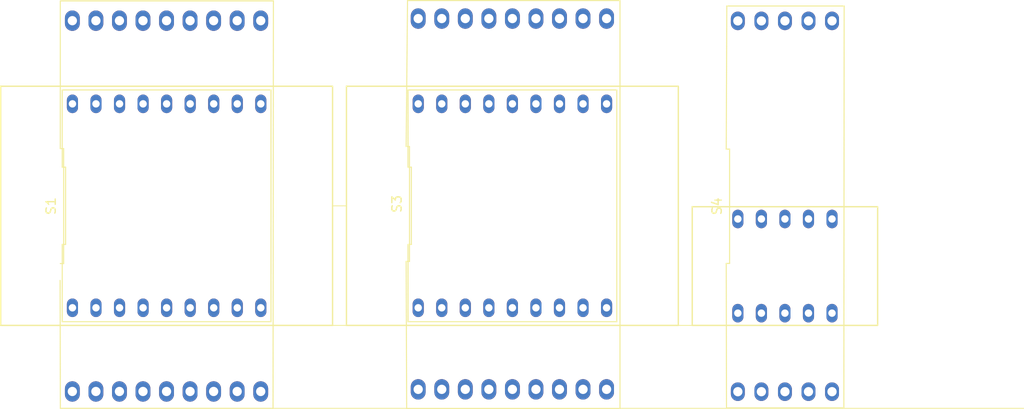
<source format=kicad_pcb>
(kicad_pcb (version 20241229) (generator "pcbnew") (generator_version "9.0")
  (layers (0 "F.Cu" signal) (2 "B.Cu" signal) (13 "F.Paste" user) (15 "B.Paste" user) (5 "F.SilkS" user "F.Silkscreen") (7 "B.SilkS" user "B.Silkscreen") (1 "F.Mask" user) (3 "B.Mask" user) (25 "Edge.Cuts" user))
  (net 0 "")
  (net 1 "Net-(S1-Pad7)")
  (net 2 "Net-(S1-Pad8)")
  (net 3 "Net-(S1-Pad2)")
  (net 4 "Net-(S1-Pad45)")
  (net 5 "Net-(S1-Pad4)")
  (net 6 "Net-(S1-Pad41)")
  (net 7 "Net-(S1-Pad6)")
  (net 8 "Net-(S1-Pad40)")
  (net 9 "Net-(S1-Pad9)")
  (net 10 "Net-(S1-Pad5)")
  (net 11 "Net-(S1-Pad42)")
  (net 12 "Net-(S1-Pad46)")
  (net 13 "Net-(S1-Pad3)")
  (net 14 "Net-(S1-Pad43)")
  (net 15 "Net-(S1-Pad44)")
  (net 16 "Net-(S1-Pad39)")
  (net 17 "Net-(S1-Pad38)")
  (net 18 "Net-(S1-Pad1)")
  (net 19 "Net-(S2-Pad31)")
  (net 20 "Net-(S2-Pad28)")
  (net 21 "Net-(S2-Pad25)")
  (net 22 "Net-(S2-Pad10)")
  (net 23 "Net-(S2-Pad15)")
  (net 24 "Net-(S2-Pad14)")
  (net 25 "Net-(S2-Pad20)")
  (net 26 "Net-(S2-Pad13)")
  (net 27 "Net-(S2-Pad33)")
  (net 28 "Net-(S2-Pad32)")
  (net 29 "Net-(S2-Pad27)")
  (net 30 "Net-(S2-Pad30)")
  (net 31 "Net-(S2-Pad37)")
  (net 32 "Net-(S2-Pad21)")
  (net 33 "Net-(S2-Pad16)")
  (net 34 "Net-(S2-Pad36)")
  (net 35 "Net-(S2-Pad12)")
  (net 36 "Net-(S2-Pad18)")
  (net 37 "Net-(S2-Pad17)")
  (net 38 "Net-(S2-Pad26)")
  (net 39 "Net-(S2-Pad29)")
  (net 40 "Net-(S2-Pad35)")
  (net 41 "Net-(S2-Pad23)")
  (net 42 "Net-(S2-Pad24)")
  (net 43 "Net-(S2-Pad19)")
  (net 44 "Net-(S2-Pad11)")
  (net 45 "Net-(S2-Pad34)")
  (net 46 "Net-(S2-Pad22)")
  (footprint "My parts:DIP-10 Patice Display Digit 3 4" (layer "F.Cu") (at 189.5 102.05)
    (property "Reference" "S4" (at -7.33 0 90) (layer "F.SilkS"))
    (property "Value" "~")
    (fp_line (start -6.33 -6.166666) (end -5.97 -6.166666) (stroke (width 0.12)) (layer "F.SilkS"))
    (fp_line (start -6.33 6.166666) (end -6.30401 21.747465) (stroke (width 0.12)) (layer "F.SilkS"))
    (fp_line (start -6.30401 21.747465) (end 6.355989 21.747465) (stroke (width 0.12)) (layer "F.SilkS"))
    (fp_line (start -6.27094 -21.605805) (end -6.33 -6.166666) (stroke (width 0.12)) (layer "F.SilkS"))
    (fp_line (start -5.97 -6.166666) (end -5.97 6.166666) (stroke (width 0.12)) (layer "F.SilkS"))
    (fp_line (start -5.97 6.166666) (end -6.33 6.166666) (stroke (width 0.12)) (layer "F.SilkS"))
    (fp_line (start 6.355989 21.747465) (end 6.389059 -21.605805) (stroke (width 0.12)) (layer "F.SilkS"))
    (fp_line (start 6.389059 -21.605805) (end -6.27094 -21.605805) (stroke (width 0.12)) (layer "F.SilkS"))
    (pad "19" thru_hole oval (at -5.08 -20) (size 1.5 2) (drill 1) (layers "*.Cu" "*.Mask") (net 43 "Net-(S2-Pad19)"))
    (pad "20" thru_hole oval (at 5.08 20) (size 1.5 2) (drill 1) (layers "*.Cu" "*.Mask") (net 25 "Net-(S2-Pad20)"))
    (pad "21" thru_hole oval (at 0 20) (size 1.5 2) (drill 1) (layers "*.Cu" "*.Mask") (net 32 "Net-(S2-Pad21)"))
    (pad "22" thru_hole oval (at -2.54 -20) (size 1.5 2) (drill 1) (layers "*.Cu" "*.Mask") (net 46 "Net-(S2-Pad22)"))
    (pad "23" thru_hole oval (at 0 -20) (size 1.5 2) (drill 1) (layers "*.Cu" "*.Mask") (net 41 "Net-(S2-Pad23)"))
    (pad "24" thru_hole oval (at 5.08 -20) (size 1.5 2) (drill 1) (layers "*.Cu" "*.Mask") (net 42 "Net-(S2-Pad24)"))
    (pad "25" thru_hole oval (at 2.54 -20) (size 1.5 2) (drill 1) (layers "*.Cu" "*.Mask") (net 21 "Net-(S2-Pad25)"))
    (pad "26" thru_hole oval (at 2.54 20) (size 1.5 2) (drill 1) (layers "*.Cu" "*.Mask") (net 38 "Net-(S2-Pad26)"))
    (pad "27" thru_hole oval (at -5.08 20) (size 1.5 2) (drill 1) (layers "*.Cu" "*.Mask") (net 29 "Net-(S2-Pad27)"))
    (pad "28" thru_hole oval (at -2.54 20) (size 1.5 2) (drill 1) (layers "*.Cu" "*.Mask") (net 20 "Net-(S2-Pad28)"))
  )
  (footprint "My parts:DIP 18 Patice Display Digit 1" (layer "F.Cu") (at 122.79 102.027927)
    (property "Reference" "S1" (at -12.46 0 90) (layer "F.SilkS"))
    (property "Value" "~")
    (fp_line (start -11.479774 8.016825) (end -11.452546 21.816826) (stroke (width 0.12)) (layer "F.SilkS"))
    (fp_line (start -11.46 -6.2) (end -11.1 -6.2) (stroke (width 0.12)) (layer "F.SilkS"))
    (fp_line (start -11.459998 -22.133732) (end -11.46 -6.2) (stroke (width 0.12)) (layer "F.SilkS"))
    (fp_line (start -11.452546 21.816826) (end 11.467453 21.816826) (stroke (width 0.12)) (layer "F.SilkS"))
    (fp_line (start -11.1 -6.2) (end -11.1 6.199999) (stroke (width 0.12)) (layer "F.SilkS"))
    (fp_line (start -11.1 6.199999) (end -11.46 6.199999) (stroke (width 0.12)) (layer "F.SilkS"))
    (fp_line (start 11.48954 21.816779) (end 11.529267 -22.133732) (stroke (width 0.12)) (layer "F.SilkS"))
    (fp_line (start 11.529267 -22.133732) (end -11.390732 -22.133732) (stroke (width 0.12)) (layer "F.SilkS"))
    (pad "1" thru_hole oval (at 0 -20) (size 1.6 2.2) (drill 1) (layers "*.Cu" "*.Mask") (net 18 "Net-(S1-Pad1)"))
    (pad "2" thru_hole oval (at -5.08 -20) (size 1.6 2.2) (drill 1) (layers "*.Cu" "*.Mask") (net 3 "Net-(S1-Pad2)"))
    (pad "3" thru_hole oval (at -2.54 -20) (size 1.6 2.2) (drill 1) (layers "*.Cu" "*.Mask") (net 13 "Net-(S1-Pad3)"))
    (pad "4" thru_hole oval (at -5.08 20) (size 1.6 2.2) (drill 1) (layers "*.Cu" "*.Mask") (net 5 "Net-(S1-Pad4)"))
    (pad "5" thru_hole oval (at -7.62 20) (size 1.6 2.2) (drill 1) (layers "*.Cu" "*.Mask") (net 10 "Net-(S1-Pad5)"))
    (pad "6" thru_hole oval (at -10.16 20) (size 1.6 2.2) (drill 1) (layers "*.Cu" "*.Mask") (net 7 "Net-(S1-Pad6)"))
    (pad "7" thru_hole oval (at -10.16 -20) (size 1.6 2.2) (drill 1) (layers "*.Cu" "*.Mask") (net 1 "Net-(S1-Pad7)"))
    (pad "8" thru_hole oval (at -7.62 -20) (size 1.6 2.2) (drill 1) (layers "*.Cu" "*.Mask") (net 2 "Net-(S1-Pad8)"))
    (pad "9" thru_hole oval (at -2.54 20) (size 1.6 2.2) (drill 1) (layers "*.Cu" "*.Mask") (net 9 "Net-(S1-Pad9)"))
    (pad "38" thru_hole oval (at 10.16 20) (size 1.6 2.2) (drill 1) (layers "*.Cu" "*.Mask") (net 17 "Net-(S1-Pad38)"))
    (pad "39" thru_hole oval (at 5.08 20) (size 1.6 2.2) (drill 1) (layers "*.Cu" "*.Mask") (net 16 "Net-(S1-Pad39)"))
    (pad "40" thru_hole oval (at 5.08 -20) (size 1.6 2.2) (drill 1) (layers "*.Cu" "*.Mask") (net 8 "Net-(S1-Pad40)"))
    (pad "41" thru_hole oval (at 0 20) (size 1.6 2.2) (drill 1) (layers "*.Cu" "*.Mask") (net 6 "Net-(S1-Pad41)"))
    (pad "42" thru_hole oval (at 2.54 20) (size 1.6 2.2) (drill 1) (layers "*.Cu" "*.Mask") (net 11 "Net-(S1-Pad42)"))
    (pad "43" thru_hole oval (at 7.62 20) (size 1.6 2.2) (drill 1) (layers "*.Cu" "*.Mask") (net 14 "Net-(S1-Pad43)"))
    (pad "44" thru_hole oval (at 10.16 -20) (size 1.6 2.2) (drill 1) (layers "*.Cu" "*.Mask") (net 15 "Net-(S1-Pad44)"))
    (pad "45" thru_hole oval (at 7.62 -20) (size 1.6 2.2) (drill 1) (layers "*.Cu" "*.Mask") (net 4 "Net-(S1-Pad45)"))
    (pad "46" thru_hole oval (at 2.54 -20) (size 1.6 2.2) (drill 1) (layers "*.Cu" "*.Mask") (net 12 "Net-(S1-Pad46)"))
  )
  (footprint "My parts:Patice_display" (layer "F.Cu") (at 122.8 102)
    (property "Reference" "S2" (hide yes))
    (property "Value" "S")
    (fp_line (start -11.26 -12.5) (end -11.26 -4.166666) (stroke (width 0.12)) (layer "F.SilkS"))
    (fp_line (start -11.26 -4.166666) (end -10.9 -4.166666) (stroke (width 0.12)) (layer "F.SilkS"))
    (fp_line (start -11.26 4.166666) (end -11.26 12.5) (stroke (width 0.12)) (layer "F.SilkS"))
    (fp_line (start -11.26 12.5) (end 11.26 12.5) (stroke (width 0.12)) (layer "F.SilkS"))
    (fp_line (start -10.9 -4.166666) (end -10.9 4.166666) (stroke (width 0.12)) (layer "F.SilkS"))
    (fp_line (start -10.9 4.166666) (end -11.26 4.166666) (stroke (width 0.12)) (layer "F.SilkS"))
    (fp_line (start 11.26 -12.5) (end -11.26 -12.5) (stroke (width 0.12)) (layer "F.SilkS"))
    (fp_line (start 11.26 12.5) (end 11.26 -12.5) (stroke (width 0.12)) (layer "F.SilkS"))
    (fp_line (start 17.9 0) (end 19.4 0) (stroke (width 0.1)) (layer "F.SilkS"))
    (fp_line (start 17.9 12.9) (end 19.4 12.9) (stroke (width 0.1)) (layer "F.SilkS"))
    (fp_line (start 19.4 0) (end 19.4 -12.9) (stroke (width 0.1)) (layer "F.SilkS"))
    (fp_line (start 26.04 -12.5) (end 26.04 -4.166666) (stroke (width 0.12)) (layer "F.SilkS"))
    (fp_line (start 26.04 -4.166666) (end 26.4 -4.166666) (stroke (width 0.12)) (layer "F.SilkS"))
    (fp_line (start 26.04 4.166666) (end 26.04 12.5) (stroke (width 0.12)) (layer "F.SilkS"))
    (fp_line (start 26.04 12.5) (end 48.56 12.5) (stroke (width 0.12)) (layer "F.SilkS"))
    (fp_line (start 26.4 -4.166666) (end 26.4 4.166666) (stroke (width 0.12)) (layer "F.SilkS"))
    (fp_line (start 26.4 4.166666) (end 26.04 4.166666) (stroke (width 0.12)) (layer "F.SilkS"))
    (fp_line (start 48.56 -12.5) (end 26.04 -12.5) (stroke (width 0.12)) (layer "F.SilkS"))
    (fp_line (start 48.56 12.5) (end 48.56 -12.5) (stroke (width 0.12)) (layer "F.SilkS"))
    (fp_line (start 55.2 12.9) (end 56.7 12.9) (stroke (width 0.1)) (layer "F.SilkS"))
    (fp_rect (start -17.9 -12.9) (end 17.9 12.9) (stroke (width 0.15)) (fill no) (layer "F.SilkS"))
    (fp_rect (start 19.4 -12.9) (end 55.2 12.9) (stroke (width 0.15)) (fill no) (layer "F.SilkS"))
    (fp_rect (start 56.7 0.1) (end 76.7 12.9) (stroke (width 0.15)) (fill no) (layer "F.SilkS"))
    (pad "1" thru_hole oval (at 0 -11) (size 1.2 2) (drill 0.8) (layers "*.Cu" "*.Mask") (net 18 "Net-(S1-Pad1)"))
    (pad "2" thru_hole oval (at -5.08 -11) (size 1.2 2) (drill 0.8) (layers "*.Cu" "*.Mask") (net 3 "Net-(S1-Pad2)"))
    (pad "3" thru_hole oval (at -2.54 -11) (size 1.2 2) (drill 0.8) (layers "*.Cu" "*.Mask") (net 13 "Net-(S1-Pad3)"))
    (pad "4" thru_hole oval (at -5.08 11) (size 1.2 2) (drill 0.8) (layers "*.Cu" "*.Mask") (net 5 "Net-(S1-Pad4)"))
    (pad "5" thru_hole oval (at -7.62 11) (size 1.2 2) (drill 0.8) (layers "*.Cu" "*.Mask") (net 10 "Net-(S1-Pad5)"))
    (pad "6" thru_hole oval (at -10.16 11) (size 1.2 2) (drill 0.8) (layers "*.Cu" "*.Mask") (net 7 "Net-(S1-Pad6)"))
    (pad "7" thru_hole oval (at -10.16 -11) (size 1.2 2) (drill 0.8) (layers "*.Cu" "*.Mask") (net 1 "Net-(S1-Pad7)"))
    (pad "8" thru_hole oval (at -7.62 -11) (size 1.2 2) (drill 0.8) (layers "*.Cu" "*.Mask") (net 2 "Net-(S1-Pad8)"))
    (pad "9" thru_hole oval (at -2.54 11) (size 1.2 2) (drill 0.8) (layers "*.Cu" "*.Mask") (net 9 "Net-(S1-Pad9)"))
    (pad "10" thru_hole oval (at 37.3 -11) (size 1.2 2) (drill 0.8) (layers "*.Cu" "*.Mask") (net 22 "Net-(S2-Pad10)"))
    (pad "11" thru_hole oval (at 32.22 -11) (size 1.2 2) (drill 0.8) (layers "*.Cu" "*.Mask") (net 44 "Net-(S2-Pad11)"))
    (pad "12" thru_hole oval (at 34.76 -11) (size 1.2 2) (drill 0.8) (layers "*.Cu" "*.Mask") (net 35 "Net-(S2-Pad12)"))
    (pad "13" thru_hole oval (at 32.22 11) (size 1.2 2) (drill 0.8) (layers "*.Cu" "*.Mask") (net 26 "Net-(S2-Pad13)"))
    (pad "14" thru_hole oval (at 29.68 11) (size 1.2 2) (drill 0.8) (layers "*.Cu" "*.Mask") (net 24 "Net-(S2-Pad14)"))
    (pad "15" thru_hole oval (at 27.14 11) (size 1.2 2) (drill 0.8) (layers "*.Cu" "*.Mask") (net 23 "Net-(S2-Pad15)"))
    (pad "16" thru_hole oval (at 27.14 -11) (size 1.2 2) (drill 0.8) (layers "*.Cu" "*.Mask") (net 33 "Net-(S2-Pad16)"))
    (pad "17" thru_hole oval (at 29.68 -11) (size 1.2 2) (drill 0.8) (layers "*.Cu" "*.Mask") (net 37 "Net-(S2-Pad17)"))
    (pad "18" thru_hole oval (at 34.76 11) (size 1.2 2) (drill 0.8) (layers "*.Cu" "*.Mask") (net 36 "Net-(S2-Pad18)"))
    (pad "19" thru_hole oval (at 61.62 1.42) (size 1.2 2) (drill 0.8) (layers "*.Cu" "*.Mask") (net 43 "Net-(S2-Pad19)"))
    (pad "20" thru_hole oval (at 71.78 11.58) (size 1.2 2) (drill 0.8) (layers "*.Cu" "*.Mask") (net 25 "Net-(S2-Pad20)"))
    (pad "21" thru_hole oval (at 66.7 11.58) (size 1.2 2) (drill 0.8) (layers "*.Cu" "*.Mask") (net 32 "Net-(S2-Pad21)"))
    (pad "22" thru_hole oval (at 64.16 1.42) (size 1.2 2) (drill 0.8) (layers "*.Cu" "*.Mask") (net 46 "Net-(S2-Pad22)"))
    (pad "23" thru_hole oval (at 66.7 1.42) (size 1.2 2) (drill 0.8) (layers "*.Cu" "*.Mask") (net 41 "Net-(S2-Pad23)"))
    (pad "24" thru_hole oval (at 71.78 1.42) (size 1.2 2) (drill 0.8) (layers "*.Cu" "*.Mask") (net 42 "Net-(S2-Pad24)"))
    (pad "25" thru_hole oval (at 69.24 1.42) (size 1.2 2) (drill 0.8) (layers "*.Cu" "*.Mask") (net 21 "Net-(S2-Pad25)"))
    (pad "26" thru_hole oval (at 69.24 11.58) (size 1.2 2) (drill 0.8) (layers "*.Cu" "*.Mask") (net 38 "Net-(S2-Pad26)"))
    (pad "27" thru_hole oval (at 61.62 11.58) (size 1.2 2) (drill 0.8) (layers "*.Cu" "*.Mask") (net 29 "Net-(S2-Pad27)"))
    (pad "28" thru_hole oval (at 64.16 11.58) (size 1.2 2) (drill 0.8) (layers "*.Cu" "*.Mask") (net 20 "Net-(S2-Pad28)"))
    (pad "29" thru_hole oval (at 47.46 11) (size 1.2 2) (drill 0.8) (layers "*.Cu" "*.Mask") (net 39 "Net-(S2-Pad29)"))
    (pad "30" thru_hole oval (at 42.38 11) (size 1.2 2) (drill 0.8) (layers "*.Cu" "*.Mask") (net 30 "Net-(S2-Pad30)"))
    (pad "31" thru_hole oval (at 42.38 -11) (size 1.2 2) (drill 0.8) (layers "*.Cu" "*.Mask") (net 19 "Net-(S2-Pad31)"))
    (pad "32" thru_hole oval (at 37.3 11) (size 1.2 2) (drill 0.8) (layers "*.Cu" "*.Mask") (net 28 "Net-(S2-Pad32)"))
    (pad "33" thru_hole oval (at 39.84 11) (size 1.2 2) (drill 0.8) (layers "*.Cu" "*.Mask") (net 27 "Net-(S2-Pad33)"))
    (pad "34" thru_hole oval (at 44.92 11) (size 1.2 2) (drill 0.8) (layers "*.Cu" "*.Mask") (net 45 "Net-(S2-Pad34)"))
    (pad "35" thru_hole oval (at 47.46 -11) (size 1.2 2) (drill 0.8) (layers "*.Cu" "*.Mask") (net 40 "Net-(S2-Pad35)"))
    (pad "36" thru_hole oval (at 44.92 -11) (size 1.2 2) (drill 0.8) (layers "*.Cu" "*.Mask") (net 34 "Net-(S2-Pad36)"))
    (pad "37" thru_hole oval (at 39.84 -11) (size 1.2 2) (drill 0.8) (layers "*.Cu" "*.Mask") (net 31 "Net-(S2-Pad37)"))
    (pad "38" thru_hole oval (at 10.16 11) (size 1.2 2) (drill 0.8) (layers "*.Cu" "*.Mask") (net 17 "Net-(S1-Pad38)"))
    (pad "39" thru_hole oval (at 5.08 11) (size 1.2 2) (drill 0.8) (layers "*.Cu" "*.Mask") (net 16 "Net-(S1-Pad39)"))
    (pad "40" thru_hole oval (at 5.08 -11) (size 1.2 2) (drill 0.8) (layers "*.Cu" "*.Mask") (net 8 "Net-(S1-Pad40)"))
    (pad "41" thru_hole oval (at 0 11) (size 1.2 2) (drill 0.8) (layers "*.Cu" "*.Mask") (net 6 "Net-(S1-Pad41)"))
    (pad "42" thru_hole oval (at 2.54 11) (size 1.2 2) (drill 0.8) (layers "*.Cu" "*.Mask") (net 11 "Net-(S1-Pad42)"))
    (pad "43" thru_hole oval (at 7.62 11) (size 1.2 2) (drill 0.8) (layers "*.Cu" "*.Mask") (net 14 "Net-(S1-Pad43)"))
    (pad "44" thru_hole oval (at 10.16 -11) (size 1.2 2) (drill 0.8) (layers "*.Cu" "*.Mask") (net 15 "Net-(S1-Pad44)"))
    (pad "45" thru_hole oval (at 7.62 -11) (size 1.2 2) (drill 0.8) (layers "*.Cu" "*.Mask") (net 4 "Net-(S1-Pad45)"))
    (pad "46" thru_hole oval (at 2.54 -11) (size 1.2 2) (drill 0.8) (layers "*.Cu" "*.Mask") (net 12 "Net-(S1-Pad46)"))
  )
  (footprint "My parts:DIP 18 Patice Display Digit 2" (layer "F.Cu") (at 160.1 101.8)
    (property "Reference" "S3" (at -12.46 0 90) (layer "F.SilkS"))
    (property "Value" "~")
    (fp_line (start -11.46 -6.2) (end -11.1 -6.2) (stroke (width 0.12)) (layer "F.SilkS"))
    (fp_line (start -11.46 6.199999) (end -11.406136 22.105373) (stroke (width 0.12)) (layer "F.SilkS"))
    (fp_line (start -11.406136 22.105373) (end 11.513863 22.105373) (stroke (width 0.12)) (layer "F.SilkS"))
    (fp_line (start -11.312546 -21.942723) (end -11.46 -6.2) (stroke (width 0.12)) (layer "F.SilkS"))
    (fp_line (start -11.1 -6.2) (end -11.1 6.199999) (stroke (width 0.12)) (layer "F.SilkS"))
    (fp_line (start -11.1 6.199999) (end -11.46 6.199999) (stroke (width 0.12)) (layer "F.SilkS"))
    (fp_line (start 11.607452 22.105373) (end 11.607453 -21.942723) (stroke (width 0.12)) (layer "F.SilkS"))
    (fp_line (start 11.607453 -21.942723) (end -11.312546 -21.942723) (stroke (width 0.12)) (layer "F.SilkS"))
    (pad "10" thru_hole oval (at 0 -20) (size 1.6 2.2) (drill 1) (layers "*.Cu" "*.Mask") (net 22 "Net-(S2-Pad10)"))
    (pad "11" thru_hole oval (at -5.08 -20) (size 1.6 2.2) (drill 1) (layers "*.Cu" "*.Mask") (net 44 "Net-(S2-Pad11)"))
    (pad "12" thru_hole oval (at -2.54 -20) (size 1.6 2.2) (drill 1) (layers "*.Cu" "*.Mask") (net 35 "Net-(S2-Pad12)"))
    (pad "13" thru_hole oval (at -5.08 20) (size 1.6 2.2) (drill 1) (layers "*.Cu" "*.Mask") (net 26 "Net-(S2-Pad13)"))
    (pad "14" thru_hole oval (at -7.62 20) (size 1.6 2.2) (drill 1) (layers "*.Cu" "*.Mask") (net 24 "Net-(S2-Pad14)"))
    (pad "15" thru_hole oval (at -10.16 20) (size 1.6 2.2) (drill 1) (layers "*.Cu" "*.Mask") (net 23 "Net-(S2-Pad15)"))
    (pad "16" thru_hole oval (at -10.16 -20) (size 1.6 2.2) (drill 1) (layers "*.Cu" "*.Mask") (net 33 "Net-(S2-Pad16)"))
    (pad "17" thru_hole oval (at -7.62 -20) (size 1.6 2.2) (drill 1) (layers "*.Cu" "*.Mask") (net 37 "Net-(S2-Pad17)"))
    (pad "18" thru_hole oval (at -2.54 20) (size 1.6 2.2) (drill 1) (layers "*.Cu" "*.Mask") (net 36 "Net-(S2-Pad18)"))
    (pad "29" thru_hole oval (at 10.16 20) (size 1.6 2.2) (drill 1) (layers "*.Cu" "*.Mask") (net 39 "Net-(S2-Pad29)"))
    (pad "30" thru_hole oval (at 5.08 20) (size 1.6 2.2) (drill 1) (layers "*.Cu" "*.Mask") (net 30 "Net-(S2-Pad30)"))
    (pad "31" thru_hole oval (at 5.08 -20) (size 1.6 2.2) (drill 1) (layers "*.Cu" "*.Mask") (net 19 "Net-(S2-Pad31)"))
    (pad "32" thru_hole oval (at 0 20) (size 1.6 2.2) (drill 1) (layers "*.Cu" "*.Mask") (net 28 "Net-(S2-Pad32)"))
    (pad "33" thru_hole oval (at 2.54 20) (size 1.6 2.2) (drill 1) (layers "*.Cu" "*.Mask") (net 27 "Net-(S2-Pad33)"))
    (pad "34" thru_hole oval (at 7.62 20) (size 1.6 2.2) (drill 1) (layers "*.Cu" "*.Mask") (net 45 "Net-(S2-Pad34)"))
    (pad "35" thru_hole oval (at 10.16 -20) (size 1.6 2.2) (drill 1) (layers "*.Cu" "*.Mask") (net 40 "Net-(S2-Pad35)"))
    (pad "36" thru_hole oval (at 7.62 -20) (size 1.6 2.2) (drill 1) (layers "*.Cu" "*.Mask") (net 34 "Net-(S2-Pad36)"))
    (pad "37" thru_hole oval (at 2.54 -20) (size 1.6 2.2) (drill 1) (layers "*.Cu" "*.Mask") (net 31 "Net-(S2-Pad37)"))
  )
  (gr_line (start 134.27954 123.844706) (end 215.25 123.844706) (stroke (width 0.1)) (layer "F.SilkS"))
)
</source>
